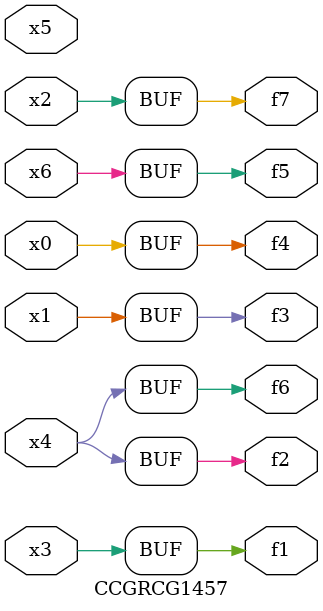
<source format=v>
module CCGRCG1457(
	input x0, x1, x2, x3, x4, x5, x6,
	output f1, f2, f3, f4, f5, f6, f7
);
	assign f1 = x3;
	assign f2 = x4;
	assign f3 = x1;
	assign f4 = x0;
	assign f5 = x6;
	assign f6 = x4;
	assign f7 = x2;
endmodule

</source>
